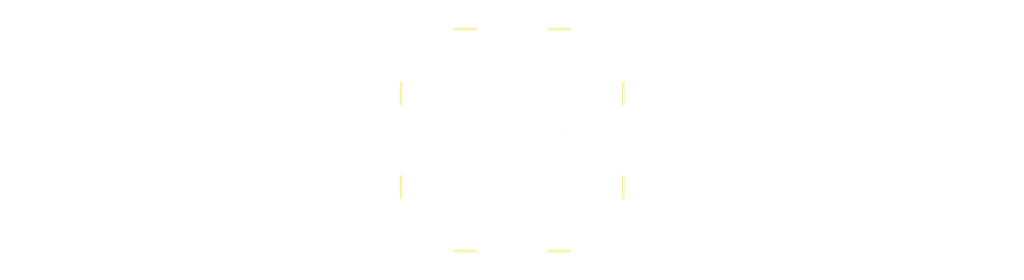
<source format=kicad_pcb>
(kicad_pcb (version 20240108) (generator pcbnew)
  (layers (0 "F.Cu" signal) (31 "B.Cu" signal) (34 "B.Paste" user) (35 "F.Paste" user) (36 "B.SilkS" user "B.Silkscreen") (37 "F.SilkS" user "F.Silkscreen") (38 "B.Mask" user) (39 "F.Mask" user) (44 "Edge.Cuts" user))
  (net 0 "")
  (footprint "Wuerth_REDCUBE-THR_WP-THRBU_74655095_THR" (layer "F.Cu") (at 0 0)
    (property "Reference" "REF**")
    (property "Value" "Wuerth_REDCUBE-THR_WP-THRBU_74655095_THR")
    (fp_line (start -5.2 -2.7) (end -5.2 -1.7) (layer "F.SilkS") (stroke (width 0.12)))
    (fp_line (start -5.2 1.7) (end -5.2 2.7) (layer "F.SilkS") (stroke (width 0.12)))
    (fp_line (start -2.7 -5.2) (end -1.7 -5.2) (layer "F.SilkS") (stroke (width 0.12)))
    (fp_line (start -2.7 5.2) (end -1.7 5.2) (layer "F.SilkS") (stroke (width 0.12)))
    (fp_line (start 1.7 -5.2) (end 2.7 -5.2) (layer "F.SilkS") (stroke (width 0.12)))
    (fp_line (start 1.7 5.2) (end 2.7 5.2) (layer "F.SilkS") (stroke (width 0.12)))
    (fp_line (start 5.2 -1.7) (end 5.2 -2.7) (layer "F.SilkS") (stroke (width 0.12)))
    (fp_line (start 5.2 2.7) (end 5.2 1.7) (layer "F.SilkS") (stroke (width 0.12)))
    (pad "" np_thru_hole circle (at 0 0) (size 5.3 5.3) (drill 5.3) (layers *.Cu *.Mask))
    (pad "1" thru_hole circle (at -4.435 -4.435) (size 3.2 3.2) (drill 1.85) (layers *.Cu *.Mask) (remove_unused_layers))
    (pad "1" thru_hole circle (at -4.435 0) (size 3.2 3.2) (drill 1.85) (layers *.Cu *.Mask) (remove_unused_layers))
    (pad "1" thru_hole circle (at -4.435 4.435) (size 3.2 3.2) (drill 1.85) (layers *.Cu *.Mask) (remove_unused_layers))
    (pad "1" thru_hole circle (at 0 -4.435) (size 3.2 3.2) (drill 1.85) (layers *.Cu *.Mask) (remove_unused_layers))
    (pad "1" thru_hole circle (at 0 4.435) (size 3.2 3.2) (drill 1.85) (layers *.Cu *.Mask) (remove_unused_layers))
    (pad "1" thru_hole circle (at 4.435 -4.435) (size 3.2 3.2) (drill 1.85) (layers *.Cu *.Mask) (remove_unused_layers))
    (pad "1" thru_hole circle (at 4.435 0) (size 3.2 3.2) (drill 1.85) (layers *.Cu *.Mask) (remove_unused_layers))
    (pad "1" thru_hole circle (at 4.435 4.435) (size 3.2 3.2) (drill 1.85) (layers *.Cu *.Mask) (remove_unused_layers))
  )
)
</source>
